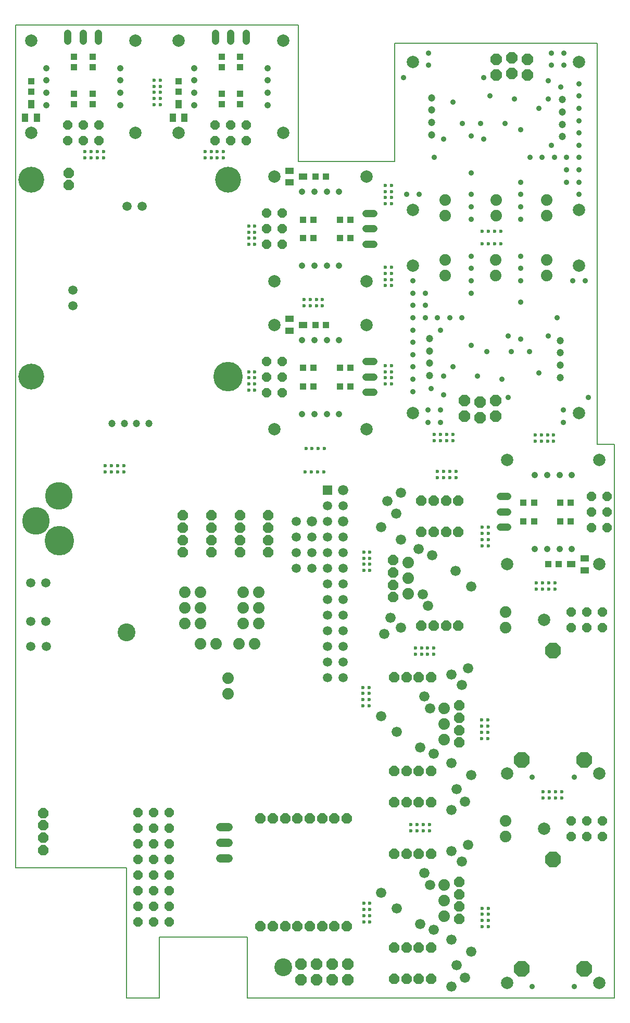
<source format=gbs>
G75*
G70*
%OFA0B0*%
%FSLAX24Y24*%
%IPPOS*%
%LPD*%
%AMOC8*
5,1,8,0,0,1.08239X$1,22.5*
%
%ADD10C,0.0787*%
%ADD11C,0.0079*%
%ADD12C,0.0236*%
%ADD13R,0.0591X0.0591*%
%ADD14C,0.0660*%
%ADD15C,0.0591*%
%ADD16C,0.1142*%
%ADD17C,0.0540*%
%ADD18C,0.1890*%
%ADD19C,0.1770*%
%ADD20OC8,0.0600*%
%ADD21OC8,0.0660*%
%ADD22OC8,0.0740*%
%ADD23C,0.0740*%
%ADD24C,0.0472*%
%ADD25R,0.0433X0.0394*%
%ADD26C,0.0413*%
%ADD27C,0.0480*%
%ADD28R,0.0551X0.0394*%
%ADD29OC8,0.1000*%
%ADD30C,0.0354*%
%ADD31R,0.0394X0.0433*%
%ADD32R,0.0394X0.0551*%
%ADD33C,0.1654*%
D10*
X018032Y039566D03*
X018032Y046259D03*
X018032Y049054D03*
X018032Y055747D03*
X018583Y058554D03*
X018583Y064460D03*
X023938Y055747D03*
X026894Y053617D03*
X026887Y050058D03*
X023938Y049054D03*
X023938Y046259D03*
X026887Y040609D03*
X023938Y039566D03*
X032930Y037625D03*
X032930Y030932D03*
X035276Y027389D03*
X038835Y030932D03*
X038835Y037625D03*
X037517Y040609D03*
X037517Y050058D03*
X037524Y053617D03*
X037524Y063066D03*
X026894Y063066D03*
X011891Y064460D03*
X009135Y064460D03*
X009135Y058554D03*
X011891Y058554D03*
X002442Y058554D03*
X002442Y064460D03*
X032914Y017546D03*
X035276Y014003D03*
X038820Y017546D03*
X038820Y004160D03*
X032914Y004160D03*
D11*
X001457Y011523D02*
X001457Y065460D01*
X019568Y065460D01*
X019568Y056719D01*
X025709Y056719D01*
X025709Y064279D01*
X038702Y064279D01*
X038702Y038609D01*
X039804Y038609D01*
X039804Y003176D01*
X016300Y003176D01*
X016300Y007074D01*
X010670Y007074D01*
X010670Y003176D01*
X008544Y003176D01*
X008544Y011523D01*
X001457Y011523D01*
D12*
X007205Y036838D03*
X007205Y037231D03*
X007599Y037231D03*
X007599Y036838D03*
X007993Y036838D03*
X007993Y037231D03*
X008387Y037231D03*
X008387Y036838D03*
X016379Y042074D03*
X016772Y042074D03*
X016772Y042468D03*
X016772Y042861D03*
X016379Y042861D03*
X016379Y042468D03*
X016379Y043255D03*
X016772Y043255D03*
X019922Y047468D03*
X019922Y047861D03*
X020316Y047861D03*
X020709Y047861D03*
X020709Y047468D03*
X020316Y047468D03*
X021103Y047468D03*
X021103Y047861D03*
X025119Y048767D03*
X025119Y049160D03*
X025513Y049160D03*
X025513Y048767D03*
X025513Y049554D03*
X025513Y049948D03*
X025119Y049948D03*
X025119Y049554D03*
X025119Y054003D03*
X025513Y054003D03*
X025513Y054397D03*
X025513Y054790D03*
X025513Y055184D03*
X025119Y055184D03*
X025119Y054790D03*
X025119Y054397D03*
X031339Y052231D03*
X031733Y052231D03*
X032127Y052231D03*
X032520Y052231D03*
X032520Y051444D03*
X032127Y051444D03*
X031733Y051444D03*
X031339Y051444D03*
X025513Y043649D03*
X025513Y043255D03*
X025513Y042861D03*
X025513Y042468D03*
X025119Y042468D03*
X025119Y042861D03*
X025119Y043255D03*
X025119Y043649D03*
X028268Y039239D03*
X028268Y038845D03*
X028662Y038845D03*
X029056Y038845D03*
X029450Y038845D03*
X029450Y039239D03*
X029056Y039239D03*
X028662Y039239D03*
X028465Y036877D03*
X028465Y036483D03*
X028859Y036483D03*
X029253Y036483D03*
X029646Y036483D03*
X029646Y036877D03*
X029253Y036877D03*
X028859Y036877D03*
X031339Y033294D03*
X031339Y032901D03*
X031733Y032901D03*
X031733Y033294D03*
X031733Y032507D03*
X031339Y032507D03*
X031339Y032113D03*
X031733Y032113D03*
X034804Y029751D03*
X035198Y029751D03*
X035591Y029751D03*
X035591Y029357D03*
X035198Y029357D03*
X034804Y029357D03*
X035985Y029357D03*
X035985Y029751D03*
X031694Y020971D03*
X031694Y020578D03*
X031694Y020184D03*
X031694Y019790D03*
X031300Y019790D03*
X031300Y020184D03*
X031300Y020578D03*
X031300Y020971D03*
X028229Y025184D03*
X027835Y025184D03*
X027442Y025184D03*
X027442Y025578D03*
X027835Y025578D03*
X028229Y025578D03*
X027048Y025578D03*
X027048Y025184D03*
X024095Y023058D03*
X023702Y023058D03*
X023702Y022664D03*
X024095Y022664D03*
X024095Y022271D03*
X023702Y022271D03*
X023702Y021877D03*
X024095Y021877D03*
X026772Y014279D03*
X027166Y014279D03*
X027560Y014279D03*
X027954Y014279D03*
X027954Y013885D03*
X027560Y013885D03*
X027166Y013885D03*
X026772Y013885D03*
X024135Y009239D03*
X024135Y008845D03*
X024135Y008452D03*
X024135Y008058D03*
X023741Y008058D03*
X023741Y008452D03*
X023741Y008845D03*
X023741Y009239D03*
X031339Y008924D03*
X031339Y008531D03*
X031733Y008531D03*
X031733Y008924D03*
X031733Y008137D03*
X031339Y008137D03*
X031339Y007743D03*
X031733Y007743D03*
X035237Y015971D03*
X035631Y015971D03*
X036024Y015971D03*
X036418Y015971D03*
X036418Y016365D03*
X036024Y016365D03*
X035631Y016365D03*
X035237Y016365D03*
X024135Y030538D03*
X023741Y030538D03*
X023741Y030932D03*
X024135Y030932D03*
X024135Y031326D03*
X024135Y031719D03*
X023741Y031719D03*
X023741Y031326D03*
X021182Y036838D03*
X020788Y036838D03*
X020394Y036838D03*
X020001Y036838D03*
X020040Y038334D03*
X020434Y038334D03*
X020828Y038334D03*
X021221Y038334D03*
X016772Y051405D03*
X016772Y051798D03*
X016379Y051798D03*
X016379Y051405D03*
X016379Y052192D03*
X016772Y052192D03*
X016772Y052586D03*
X016379Y052586D03*
X014765Y056956D03*
X014765Y057349D03*
X014371Y057349D03*
X014371Y056956D03*
X013977Y056956D03*
X013977Y057349D03*
X013583Y057349D03*
X013583Y056956D03*
X010709Y060342D03*
X010709Y060735D03*
X010316Y060735D03*
X010316Y060342D03*
X010316Y061129D03*
X010709Y061129D03*
X010709Y061523D03*
X010316Y061523D03*
X010316Y061916D03*
X010709Y061916D03*
X007087Y057349D03*
X007087Y056956D03*
X006694Y056956D03*
X006694Y057349D03*
X006300Y057349D03*
X006300Y056956D03*
X005906Y056956D03*
X005906Y057349D03*
X034725Y039200D03*
X035119Y039200D03*
X035513Y039200D03*
X035906Y039200D03*
X035906Y038806D03*
X035513Y038806D03*
X035119Y038806D03*
X034725Y038806D03*
D13*
X021438Y035676D03*
D14*
X022438Y035676D03*
X022438Y033676D03*
X020438Y033676D03*
X024869Y033308D03*
X025263Y034983D03*
X025816Y034180D03*
X026119Y035521D03*
X026119Y032521D03*
X027263Y031914D03*
X028119Y031521D03*
X029619Y030521D03*
X030619Y029521D03*
X027869Y028271D03*
X027513Y029021D03*
X026119Y026861D03*
X025459Y027521D03*
X025066Y026468D03*
X027621Y022468D03*
X027977Y021718D03*
X029371Y023877D03*
X030030Y023218D03*
X030424Y024271D03*
X028227Y018824D03*
X027371Y019218D03*
X025871Y020218D03*
X024871Y021218D03*
X029371Y018218D03*
X029674Y016558D03*
X030227Y015755D03*
X029371Y015218D03*
X030424Y012979D03*
X030030Y011926D03*
X029371Y012586D03*
X027977Y010426D03*
X027621Y011176D03*
X025871Y008926D03*
X024871Y009926D03*
X027371Y007926D03*
X028227Y007532D03*
X029371Y006926D03*
X030621Y006139D03*
X029674Y005267D03*
X030227Y004464D03*
X029371Y003926D03*
X030621Y017430D03*
D15*
X022438Y023676D03*
X022438Y024676D03*
X022438Y025676D03*
X022438Y026676D03*
X022438Y027676D03*
X022438Y028676D03*
X022438Y029676D03*
X022438Y030676D03*
X022438Y031676D03*
X022438Y032676D03*
X021438Y032676D03*
X021438Y033676D03*
X021438Y034676D03*
X022438Y034676D03*
X020438Y032676D03*
X020438Y031676D03*
X020438Y030676D03*
X019438Y030676D03*
X019438Y031676D03*
X019438Y032676D03*
X019438Y033676D03*
X021438Y031676D03*
X021438Y030676D03*
X021438Y029676D03*
X021438Y028676D03*
X021438Y027676D03*
X021438Y026676D03*
X021438Y025676D03*
X021438Y024676D03*
X021438Y023676D03*
X005119Y047487D03*
X005119Y048471D03*
X008578Y053845D03*
X009562Y053845D03*
X003406Y029737D03*
X002422Y029737D03*
X002422Y027277D03*
X003406Y027277D03*
X003438Y025676D03*
X002438Y025676D03*
D16*
X008556Y026582D03*
X018599Y005137D03*
D17*
X015094Y012103D02*
X014554Y012103D01*
X014554Y013103D02*
X015094Y013103D01*
X015094Y014103D02*
X014554Y014103D01*
D18*
X004241Y032443D03*
X015040Y042940D03*
D19*
X004231Y035325D03*
X002760Y033694D03*
D20*
X009288Y015029D03*
X009288Y014029D03*
X009288Y013029D03*
X009288Y012029D03*
X009288Y011029D03*
X009288Y010029D03*
X009288Y009029D03*
X009288Y008029D03*
X010288Y008029D03*
X010288Y009029D03*
X010288Y010029D03*
X010288Y011029D03*
X010288Y012029D03*
X010288Y013029D03*
X010288Y014029D03*
X010288Y015029D03*
X011288Y015029D03*
X011288Y014029D03*
X011288Y013029D03*
X011288Y012029D03*
X011288Y011029D03*
X011288Y010029D03*
X011288Y009029D03*
X011288Y008029D03*
X017532Y041912D03*
X017532Y042912D03*
X017532Y043912D03*
X018532Y043912D03*
X018532Y042912D03*
X018532Y041912D03*
X018532Y051401D03*
X018532Y052401D03*
X018532Y053401D03*
X017532Y053401D03*
X017532Y052401D03*
X017532Y051401D03*
X016237Y058054D03*
X015237Y058054D03*
X015237Y059054D03*
X016237Y059054D03*
X014237Y059054D03*
X014237Y058054D03*
X006788Y058054D03*
X005788Y058054D03*
X005788Y059054D03*
X006788Y059054D03*
X004788Y059054D03*
X004788Y058054D03*
X037032Y027889D03*
X037032Y026889D03*
X038032Y026889D03*
X038032Y027889D03*
X039032Y027889D03*
X039032Y026889D03*
X039335Y033279D03*
X039335Y034279D03*
X039335Y035279D03*
X038335Y035279D03*
X038335Y034279D03*
X038335Y033279D03*
X038032Y014503D03*
X037032Y014503D03*
X037032Y013503D03*
X038032Y013503D03*
X039032Y013503D03*
X039032Y014503D03*
D21*
X029871Y010607D03*
X029871Y009820D03*
X029871Y009032D03*
X029871Y008245D03*
X028052Y006426D03*
X027265Y006426D03*
X026477Y006426D03*
X025690Y006426D03*
X025690Y004426D03*
X026477Y004426D03*
X027265Y004426D03*
X028052Y004426D03*
X028052Y012426D03*
X027265Y012426D03*
X026477Y012426D03*
X025690Y012426D03*
X025690Y015718D03*
X026477Y015718D03*
X027265Y015718D03*
X028052Y015718D03*
X028052Y017718D03*
X027265Y017718D03*
X026477Y017718D03*
X025690Y017718D03*
X022648Y014678D03*
X021861Y014678D03*
X021074Y014678D03*
X020286Y014678D03*
X019499Y014678D03*
X018711Y014678D03*
X017924Y014678D03*
X017137Y014678D03*
X017137Y007788D03*
X017924Y007788D03*
X018711Y007788D03*
X019499Y007788D03*
X020286Y007788D03*
X021074Y007788D03*
X021861Y007788D03*
X022648Y007788D03*
X029871Y019536D03*
X029871Y020324D03*
X029871Y021111D03*
X029871Y021899D03*
X028052Y023718D03*
X027265Y023718D03*
X026477Y023718D03*
X025690Y023718D03*
X027438Y027021D03*
X028225Y027021D03*
X029013Y027021D03*
X029800Y027021D03*
X029800Y033021D03*
X029013Y033021D03*
X028225Y033021D03*
X027438Y033021D03*
X027438Y035021D03*
X028225Y035021D03*
X029013Y035021D03*
X029800Y035021D03*
X025619Y031202D03*
X025619Y030414D03*
X025619Y029627D03*
X025619Y028840D03*
X017629Y031706D03*
X017629Y032493D03*
X017629Y033281D03*
X017629Y034068D03*
X015808Y034068D03*
X015808Y033281D03*
X015808Y032493D03*
X015808Y031706D03*
X013987Y031706D03*
X013987Y032493D03*
X013987Y033281D03*
X013987Y034068D03*
X012166Y034068D03*
X012166Y033281D03*
X012166Y032493D03*
X012166Y031706D03*
X003209Y015023D03*
X003209Y014235D03*
X003209Y013448D03*
X003209Y012660D03*
X004853Y055194D03*
X004853Y055981D03*
D22*
X030198Y041418D03*
X030198Y040418D03*
X031198Y040318D03*
X031198Y041318D03*
X032198Y041418D03*
X032198Y040418D03*
X032213Y062257D03*
X032213Y063257D03*
X033213Y063357D03*
X033213Y062357D03*
X034213Y062257D03*
X034213Y063257D03*
X022721Y005336D03*
X022721Y004336D03*
X021721Y004336D03*
X021721Y005336D03*
X020721Y005336D03*
X020721Y004336D03*
X019721Y004336D03*
X019721Y005336D03*
D23*
X028898Y008414D03*
X028898Y009414D03*
X028898Y010414D03*
X032816Y013503D03*
X032816Y014503D03*
X028898Y019706D03*
X028898Y020706D03*
X028898Y021706D03*
X032816Y026889D03*
X032816Y027889D03*
X026591Y029032D03*
X026591Y030032D03*
X026591Y031032D03*
X017038Y029147D03*
X016038Y029147D03*
X016038Y028147D03*
X016038Y027147D03*
X017038Y027147D03*
X017038Y028147D03*
X016759Y025849D03*
X015759Y025849D03*
X014298Y025849D03*
X013298Y025849D03*
X013298Y027147D03*
X013298Y028147D03*
X013298Y029147D03*
X012298Y029147D03*
X012298Y028147D03*
X012298Y027147D03*
X015070Y023635D03*
X015070Y022635D03*
X028954Y049418D03*
X028954Y050418D03*
X028969Y053257D03*
X028969Y054257D03*
X032213Y054257D03*
X032213Y053257D03*
X032198Y050418D03*
X032198Y049418D03*
X035442Y049418D03*
X035442Y050418D03*
X035457Y053257D03*
X035457Y054257D03*
D24*
X036461Y058302D03*
X036461Y059090D03*
X036461Y059877D03*
X036461Y060664D03*
X028076Y060782D03*
X028076Y059995D03*
X028076Y059208D03*
X028076Y058420D03*
X027950Y045373D03*
X027950Y044586D03*
X027950Y043798D03*
X027950Y043011D03*
X036335Y042893D03*
X036335Y043680D03*
X036335Y044468D03*
X036335Y045255D03*
X009989Y039928D03*
X009202Y039928D03*
X008414Y039928D03*
X007627Y039928D03*
D25*
X019863Y042322D03*
X020532Y042322D03*
X020532Y043503D03*
X019863Y043503D03*
X020650Y046259D03*
X021320Y046259D03*
X022225Y043503D03*
X022894Y043503D03*
X022894Y042322D03*
X022225Y042322D03*
X022225Y051810D03*
X022894Y051810D03*
X022894Y052991D03*
X022225Y052991D03*
X020532Y052991D03*
X019863Y052991D03*
X019863Y051810D03*
X020532Y051810D03*
X020650Y055747D03*
X021320Y055747D03*
X033973Y034869D03*
X034642Y034869D03*
X034642Y033688D03*
X033973Y033688D03*
X035548Y030932D03*
X036217Y030932D03*
X036335Y033688D03*
X037005Y033688D03*
X037005Y034869D03*
X036335Y034869D03*
D26*
X036276Y036641D03*
X035489Y036641D03*
X034702Y036641D03*
X037064Y036641D03*
X037064Y031916D03*
X036276Y031916D03*
X035489Y031916D03*
X034702Y031916D03*
X022166Y040550D03*
X021379Y040550D03*
X020591Y040550D03*
X019804Y040550D03*
X019804Y045275D03*
X020591Y045275D03*
X021379Y045275D03*
X022166Y045275D03*
X022166Y050038D03*
X021379Y050038D03*
X020591Y050038D03*
X019804Y050038D03*
X019804Y054763D03*
X020591Y054763D03*
X021379Y054763D03*
X022166Y054763D03*
X017599Y060326D03*
X017599Y061113D03*
X017599Y061901D03*
X017599Y062688D03*
X012875Y062688D03*
X012875Y061901D03*
X012875Y061113D03*
X012875Y060326D03*
X008150Y060326D03*
X008150Y061113D03*
X008150Y061901D03*
X008150Y062688D03*
X003426Y062688D03*
X003426Y061901D03*
X003426Y061113D03*
X003426Y060326D03*
D27*
X004804Y064427D02*
X004804Y064907D01*
X005789Y064907D02*
X005789Y064427D01*
X006773Y064427D02*
X006773Y064907D01*
X014253Y064907D02*
X014253Y064427D01*
X015237Y064427D02*
X015237Y064907D01*
X016222Y064907D02*
X016222Y064427D01*
X023905Y053384D02*
X024385Y053384D01*
X024385Y052400D02*
X023905Y052400D01*
X023905Y051416D02*
X024385Y051416D01*
X024385Y043896D02*
X023905Y043896D01*
X023905Y042912D02*
X024385Y042912D01*
X024385Y041928D02*
X023905Y041928D01*
X032483Y035263D02*
X032963Y035263D01*
X032963Y034279D02*
X032483Y034279D01*
X032483Y033295D02*
X032963Y033295D01*
D28*
X037024Y030932D03*
X037891Y030558D03*
X037891Y031306D03*
X019843Y046259D03*
X018977Y046633D03*
X018977Y045885D03*
X018977Y055373D03*
X018977Y056121D03*
X019843Y055747D03*
D29*
X035867Y025414D03*
X037867Y018414D03*
X033867Y018414D03*
X035867Y012029D03*
X037867Y005029D03*
X033867Y005029D03*
D30*
X034538Y003914D03*
X037215Y003914D03*
X037215Y017300D03*
X034538Y017300D03*
X036532Y040019D03*
X036532Y040806D03*
X038107Y041594D03*
X035548Y045531D03*
X036139Y046712D03*
X037123Y049074D03*
X037910Y049074D03*
X037524Y054601D03*
X037524Y055389D03*
X037524Y056176D03*
X036737Y056176D03*
X036737Y055389D03*
X036737Y056964D03*
X037524Y056964D03*
X037524Y057751D03*
X037524Y058538D03*
X037524Y059326D03*
X037524Y060113D03*
X037524Y060901D03*
X037524Y061688D03*
X036540Y062869D03*
X036540Y063656D03*
X035753Y063656D03*
X035753Y062869D03*
X035556Y061885D03*
X036343Y061491D03*
X035556Y060704D03*
X034965Y060113D03*
X033784Y058735D03*
X032800Y059129D03*
X033391Y060704D03*
X031816Y060901D03*
X031422Y062082D03*
X031225Y059129D03*
X030635Y058342D03*
X030044Y059129D03*
X029454Y060507D03*
X027879Y062869D03*
X027879Y063656D03*
X026304Y062082D03*
X028863Y058145D03*
X028272Y056964D03*
X027288Y054601D03*
X026501Y054601D03*
X026887Y049074D03*
X026887Y048286D03*
X026887Y047499D03*
X027674Y047499D03*
X027674Y048286D03*
X027674Y046712D03*
X028461Y046712D03*
X028658Y045924D03*
X029249Y046712D03*
X030036Y046712D03*
X030627Y044940D03*
X031611Y044546D03*
X031020Y042971D03*
X032595Y042775D03*
X032989Y041594D03*
X033186Y044546D03*
X033776Y045334D03*
X034367Y044546D03*
X034957Y043168D03*
X032989Y045531D03*
X033776Y047696D03*
X033776Y049074D03*
X033776Y049861D03*
X033776Y050649D03*
X033784Y053027D03*
X033784Y053814D03*
X033784Y054601D03*
X033784Y055389D03*
X034375Y056964D03*
X035162Y056964D03*
X035950Y056964D03*
X035753Y057751D03*
X031422Y058145D03*
X030635Y055979D03*
X030635Y054601D03*
X030635Y053814D03*
X030635Y053027D03*
X030627Y050649D03*
X030627Y049861D03*
X030627Y049074D03*
X030627Y048286D03*
X029446Y043562D03*
X028855Y042971D03*
X028068Y042184D03*
X028855Y041790D03*
X028658Y040806D03*
X028658Y040019D03*
X027871Y040019D03*
X027871Y040806D03*
X026887Y041987D03*
X026887Y042775D03*
X026887Y043562D03*
X026887Y044349D03*
X026887Y045137D03*
X026887Y045924D03*
X026887Y046712D03*
D31*
X015828Y060385D03*
X015828Y061054D03*
X015828Y062747D03*
X015828Y063416D03*
X014646Y063416D03*
X014646Y062747D03*
X014646Y061054D03*
X014646Y060385D03*
X011891Y061172D03*
X011891Y061842D03*
X006379Y061054D03*
X006379Y060385D03*
X005198Y060385D03*
X005198Y061054D03*
X005198Y062747D03*
X005198Y063416D03*
X006379Y063416D03*
X006379Y062747D03*
X002442Y061842D03*
X002442Y061172D03*
D32*
X002442Y060365D03*
X002816Y059499D03*
X002068Y059499D03*
X011517Y059499D03*
X012265Y059499D03*
X011891Y060365D03*
D33*
X015040Y055538D03*
X002442Y055538D03*
X002442Y042940D03*
M02*

</source>
